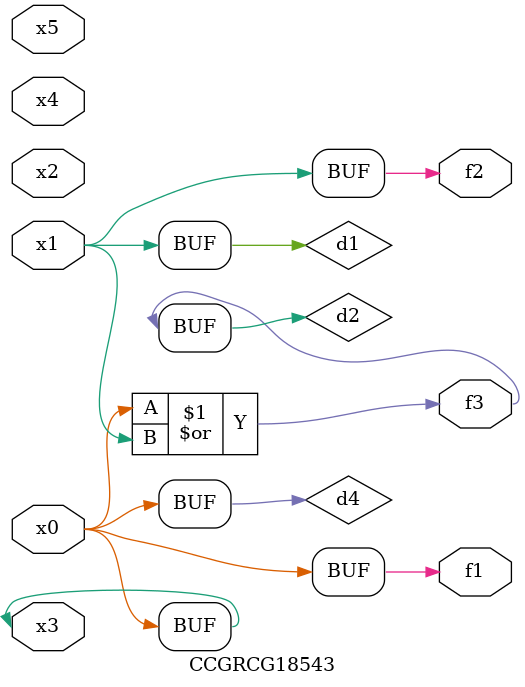
<source format=v>
module CCGRCG18543(
	input x0, x1, x2, x3, x4, x5,
	output f1, f2, f3
);

	wire d1, d2, d3, d4;

	and (d1, x1);
	or (d2, x0, x1);
	nand (d3, x0, x5);
	buf (d4, x0, x3);
	assign f1 = d4;
	assign f2 = d1;
	assign f3 = d2;
endmodule

</source>
